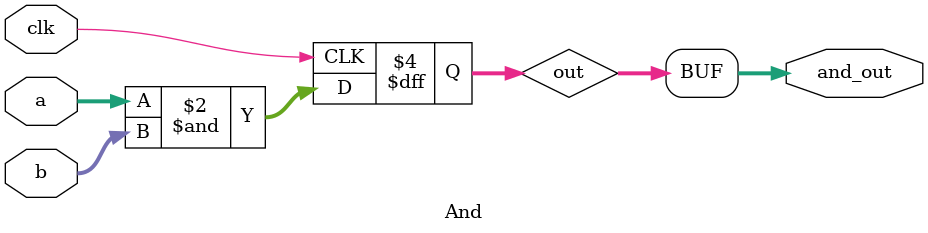
<source format=v>
`timescale 1ns / 1ps


module And #(parameter Nbits=1,obits=1 )(
    input [Nbits:0] a,b,
    output [obits:0] and_out,//input 9 bits
    input clk
    );
  
reg [Nbits:0] out=0;
always @ (posedge clk)
begin
    out=a&b;
end
assign and_out=out;

endmodule 

</source>
